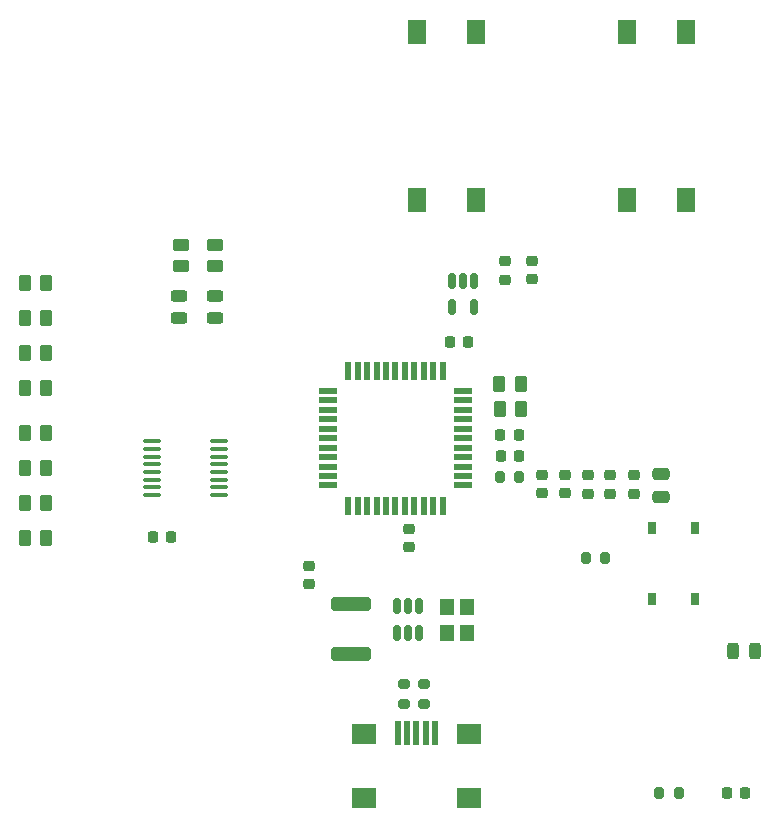
<source format=gbr>
%TF.GenerationSoftware,KiCad,Pcbnew,(7.0.0)*%
%TF.CreationDate,2023-04-20T13:17:43-06:00*%
%TF.ProjectId,Phase_B_ATMEGA_Considine_Final,50686173-655f-4425-9f41-544d4547415f,rev?*%
%TF.SameCoordinates,Original*%
%TF.FileFunction,Paste,Top*%
%TF.FilePolarity,Positive*%
%FSLAX46Y46*%
G04 Gerber Fmt 4.6, Leading zero omitted, Abs format (unit mm)*
G04 Created by KiCad (PCBNEW (7.0.0)) date 2023-04-20 13:17:43*
%MOMM*%
%LPD*%
G01*
G04 APERTURE LIST*
G04 Aperture macros list*
%AMRoundRect*
0 Rectangle with rounded corners*
0 $1 Rounding radius*
0 $2 $3 $4 $5 $6 $7 $8 $9 X,Y pos of 4 corners*
0 Add a 4 corners polygon primitive as box body*
4,1,4,$2,$3,$4,$5,$6,$7,$8,$9,$2,$3,0*
0 Add four circle primitives for the rounded corners*
1,1,$1+$1,$2,$3*
1,1,$1+$1,$4,$5*
1,1,$1+$1,$6,$7*
1,1,$1+$1,$8,$9*
0 Add four rect primitives between the rounded corners*
20,1,$1+$1,$2,$3,$4,$5,0*
20,1,$1+$1,$4,$5,$6,$7,0*
20,1,$1+$1,$6,$7,$8,$9,0*
20,1,$1+$1,$8,$9,$2,$3,0*%
G04 Aperture macros list end*
%ADD10RoundRect,0.250000X0.450000X-0.262500X0.450000X0.262500X-0.450000X0.262500X-0.450000X-0.262500X0*%
%ADD11RoundRect,0.225000X0.250000X-0.225000X0.250000X0.225000X-0.250000X0.225000X-0.250000X-0.225000X0*%
%ADD12RoundRect,0.200000X-0.200000X-0.275000X0.200000X-0.275000X0.200000X0.275000X-0.200000X0.275000X0*%
%ADD13RoundRect,0.250000X-0.262500X-0.450000X0.262500X-0.450000X0.262500X0.450000X-0.262500X0.450000X0*%
%ADD14R,0.500000X2.000000*%
%ADD15R,2.000000X1.700000*%
%ADD16RoundRect,0.150000X-0.150000X0.512500X-0.150000X-0.512500X0.150000X-0.512500X0.150000X0.512500X0*%
%ADD17RoundRect,0.250000X1.450000X-0.312500X1.450000X0.312500X-1.450000X0.312500X-1.450000X-0.312500X0*%
%ADD18R,0.550000X1.500000*%
%ADD19R,1.500000X0.550000*%
%ADD20RoundRect,0.243750X0.456250X-0.243750X0.456250X0.243750X-0.456250X0.243750X-0.456250X-0.243750X0*%
%ADD21RoundRect,0.225000X-0.225000X-0.250000X0.225000X-0.250000X0.225000X0.250000X-0.225000X0.250000X0*%
%ADD22RoundRect,0.225000X0.225000X0.250000X-0.225000X0.250000X-0.225000X-0.250000X0.225000X-0.250000X0*%
%ADD23RoundRect,0.100000X-0.637500X-0.100000X0.637500X-0.100000X0.637500X0.100000X-0.637500X0.100000X0*%
%ADD24R,1.500000X2.000000*%
%ADD25RoundRect,0.250000X0.475000X-0.250000X0.475000X0.250000X-0.475000X0.250000X-0.475000X-0.250000X0*%
%ADD26RoundRect,0.200000X0.200000X0.275000X-0.200000X0.275000X-0.200000X-0.275000X0.200000X-0.275000X0*%
%ADD27RoundRect,0.200000X0.275000X-0.200000X0.275000X0.200000X-0.275000X0.200000X-0.275000X-0.200000X0*%
%ADD28R,1.200000X1.400000*%
%ADD29RoundRect,0.225000X-0.250000X0.225000X-0.250000X-0.225000X0.250000X-0.225000X0.250000X0.225000X0*%
%ADD30R,0.700000X1.000000*%
%ADD31RoundRect,0.150000X0.150000X-0.512500X0.150000X0.512500X-0.150000X0.512500X-0.150000X-0.512500X0*%
%ADD32RoundRect,0.243750X-0.243750X-0.456250X0.243750X-0.456250X0.243750X0.456250X-0.243750X0.456250X0*%
G04 APERTURE END LIST*
D10*
%TO.C,R3*%
X136750000Y-76865000D03*
X136750000Y-75040000D03*
%TD*%
D11*
%TO.C,C13*%
X175108300Y-96132900D03*
X175108300Y-94582900D03*
%TD*%
%TO.C,C5*%
X167368100Y-96088900D03*
X167368100Y-94538900D03*
%TD*%
D12*
%TO.C,R17*%
X177290400Y-121500500D03*
X178940400Y-121500500D03*
%TD*%
D13*
%TO.C,R1*%
X163751300Y-86862800D03*
X165576300Y-86862800D03*
%TD*%
D14*
%TO.C,MicroUSB*%
X155122499Y-116369999D03*
X155922499Y-116369999D03*
X156722499Y-116369999D03*
X157522499Y-116369999D03*
X158322499Y-116369999D03*
D15*
X152272499Y-116469999D03*
X152272499Y-121919999D03*
X161172499Y-116469999D03*
X161172499Y-121919999D03*
%TD*%
D16*
%TO.C,U5*%
X161633100Y-78092000D03*
X160683100Y-78092000D03*
X159733100Y-78092000D03*
X159733100Y-80367000D03*
X161633100Y-80367000D03*
%TD*%
D13*
%TO.C,R6*%
X123547500Y-81280000D03*
X125372500Y-81280000D03*
%TD*%
D17*
%TO.C,F1*%
X151188400Y-109718100D03*
X151188400Y-105443100D03*
%TD*%
D18*
%TO.C,MPU*%
X150939999Y-97139999D03*
X151739999Y-97139999D03*
X152539999Y-97139999D03*
X153339999Y-97139999D03*
X154139999Y-97139999D03*
X154939999Y-97139999D03*
X155739999Y-97139999D03*
X156539999Y-97139999D03*
X157339999Y-97139999D03*
X158139999Y-97139999D03*
X158939999Y-97139999D03*
D19*
X160639999Y-95439999D03*
X160639999Y-94639999D03*
X160639999Y-93839999D03*
X160639999Y-93039999D03*
X160639999Y-92239999D03*
X160639999Y-91439999D03*
X160639999Y-90639999D03*
X160639999Y-89839999D03*
X160639999Y-89039999D03*
X160639999Y-88239999D03*
X160639999Y-87439999D03*
D18*
X158939999Y-85739999D03*
X158139999Y-85739999D03*
X157339999Y-85739999D03*
X156539999Y-85739999D03*
X155739999Y-85739999D03*
X154939999Y-85739999D03*
X154139999Y-85739999D03*
X153339999Y-85739999D03*
X152539999Y-85739999D03*
X151739999Y-85739999D03*
X150939999Y-85739999D03*
D19*
X149239999Y-87439999D03*
X149239999Y-88239999D03*
X149239999Y-89039999D03*
X149239999Y-89839999D03*
X149239999Y-90639999D03*
X149239999Y-91439999D03*
X149239999Y-92239999D03*
X149239999Y-93039999D03*
X149239999Y-93839999D03*
X149239999Y-94639999D03*
X149239999Y-95439999D03*
%TD*%
D20*
%TO.C,D1*%
X136660000Y-81280000D03*
X136660000Y-79405000D03*
%TD*%
D21*
%TO.C,C3*%
X163839300Y-92919800D03*
X165389300Y-92919800D03*
%TD*%
D22*
%TO.C,C15*%
X161116200Y-83299800D03*
X159566200Y-83299800D03*
%TD*%
D23*
%TO.C,U2*%
X134297500Y-91705000D03*
X134297500Y-92355000D03*
X134297500Y-93005000D03*
X134297500Y-93655000D03*
X134297500Y-94305000D03*
X134297500Y-94955000D03*
X134297500Y-95605000D03*
X134297500Y-96255000D03*
X140022500Y-96255000D03*
X140022500Y-95605000D03*
X140022500Y-94955000D03*
X140022500Y-94305000D03*
X140022500Y-93655000D03*
X140022500Y-93005000D03*
X140022500Y-92355000D03*
X140022500Y-91705000D03*
%TD*%
D24*
%TO.C,Increment*%
X174542499Y-71304999D03*
X174542499Y-57004999D03*
X179542499Y-71304999D03*
X179542499Y-57004999D03*
%TD*%
D11*
%TO.C,C1*%
X171241100Y-96132900D03*
X171241100Y-94582900D03*
%TD*%
D12*
%TO.C,R16*%
X171070000Y-101600000D03*
X172720000Y-101600000D03*
%TD*%
D22*
%TO.C,C12*%
X135967800Y-99840800D03*
X134417800Y-99840800D03*
%TD*%
D25*
%TO.C,C8*%
X177405100Y-96409200D03*
X177405100Y-94509200D03*
%TD*%
D13*
%TO.C,R11*%
X123547500Y-96930000D03*
X125372500Y-96930000D03*
%TD*%
%TO.C,R12*%
X123547500Y-99880000D03*
X125372500Y-99880000D03*
%TD*%
D26*
%TO.C,R13*%
X165446000Y-94727200D03*
X163796000Y-94727200D03*
%TD*%
D20*
%TO.C,D2*%
X139700000Y-81280000D03*
X139700000Y-79405000D03*
%TD*%
D27*
%TO.C,R14*%
X157346114Y-113928807D03*
X157346114Y-112278807D03*
%TD*%
D13*
%TO.C,R2*%
X163754900Y-88990300D03*
X165579900Y-88990300D03*
%TD*%
D11*
%TO.C,C6*%
X173142200Y-96132900D03*
X173142200Y-94582900D03*
%TD*%
D21*
%TO.C,C14*%
X183002700Y-121500500D03*
X184552700Y-121500500D03*
%TD*%
D28*
%TO.C,Y1*%
X161016999Y-107917599D03*
X161016999Y-105717599D03*
X159316999Y-105717599D03*
X159316999Y-107917599D03*
%TD*%
D13*
%TO.C,R5*%
X123547500Y-78330000D03*
X125372500Y-78330000D03*
%TD*%
D10*
%TO.C,R4*%
X139700000Y-76865000D03*
X139700000Y-75040000D03*
%TD*%
D13*
%TO.C,R10*%
X123547500Y-93980000D03*
X125372500Y-93980000D03*
%TD*%
D22*
%TO.C,C2*%
X165386900Y-91194000D03*
X163836900Y-91194000D03*
%TD*%
D29*
%TO.C,C9*%
X147655170Y-103781111D03*
X147655170Y-102231111D03*
%TD*%
D30*
%TO.C,RST*%
X180339999Y-99059999D03*
X180339999Y-105059999D03*
X176639999Y-99059999D03*
X176639999Y-105059999D03*
%TD*%
D29*
%TO.C,C11*%
X164217200Y-76450500D03*
X164217200Y-78000500D03*
%TD*%
D11*
%TO.C,C4*%
X169307100Y-96109500D03*
X169307100Y-94559500D03*
%TD*%
%TO.C,C10*%
X156102800Y-100679700D03*
X156102800Y-99129700D03*
%TD*%
D31*
%TO.C,U4*%
X155066800Y-107914400D03*
X156016800Y-107914400D03*
X156966800Y-107914400D03*
X156966800Y-105639400D03*
X156016800Y-105639400D03*
X155066800Y-105639400D03*
%TD*%
D13*
%TO.C,R9*%
X123547500Y-91030000D03*
X125372500Y-91030000D03*
%TD*%
%TO.C,R7*%
X123547500Y-84230000D03*
X125372500Y-84230000D03*
%TD*%
D29*
%TO.C,C7*%
X166537800Y-76436700D03*
X166537800Y-77986700D03*
%TD*%
D13*
%TO.C,R8*%
X123547500Y-87180000D03*
X125372500Y-87180000D03*
%TD*%
D32*
%TO.C,D3*%
X183542100Y-109439900D03*
X185417100Y-109439900D03*
%TD*%
D27*
%TO.C,R15*%
X155706013Y-113902172D03*
X155706013Y-112252172D03*
%TD*%
D24*
%TO.C,Start/Stop*%
X161762499Y-57004999D03*
X161762499Y-71304999D03*
X156762499Y-57004999D03*
X156762499Y-71304999D03*
%TD*%
M02*

</source>
